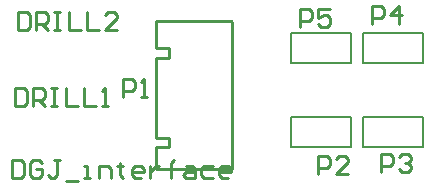
<source format=gto>
%FSLAX25Y25*%
%MOIN*%
G70*
G01*
G75*
%ADD10C,0.05906*%
%ADD11R,0.05906X0.05906*%
%ADD12R,0.08000X0.06000*%
%ADD13O,0.08000X0.06000*%
%ADD14C,0.12000*%
%ADD15C,0.02000*%
%ADD16C,0.00787*%
%ADD17C,0.01000*%
D16*
X120500Y22500D02*
X140500D01*
X120500Y12500D02*
Y22500D01*
Y12500D02*
X140500D01*
Y22500D01*
X120500Y40500D02*
X140500D01*
Y50500D01*
X120500D02*
X140500D01*
X120500Y40500D02*
Y50500D01*
X96500Y40500D02*
X116500D01*
Y50500D01*
X96500D02*
X116500D01*
X96500Y40500D02*
Y50500D01*
Y22500D02*
X116500D01*
X96500Y12500D02*
Y22500D01*
Y12500D02*
X116500D01*
Y22500D01*
D17*
X61500Y54500D02*
X76500D01*
X77000Y54000D01*
Y5000D02*
Y54000D01*
X51500Y5000D02*
X77000D01*
X51500D02*
Y12500D01*
X56000D01*
Y15500D01*
X51500D02*
X56000D01*
X51500D02*
Y42000D01*
X56000D01*
Y45500D01*
X51500D02*
X56000D01*
X51500D02*
Y54500D01*
X61500D01*
X40500Y29000D02*
Y34998D01*
X43499D01*
X44499Y33998D01*
Y31999D01*
X43499Y30999D01*
X40500D01*
X46498Y29000D02*
X48497D01*
X47498D01*
Y34998D01*
X46498Y33998D01*
X105500Y3500D02*
Y9498D01*
X108499D01*
X109499Y8498D01*
Y6499D01*
X108499Y5499D01*
X105500D01*
X115497Y3500D02*
X111498D01*
X115497Y7499D01*
Y8498D01*
X114497Y9498D01*
X112498D01*
X111498Y8498D01*
X126500Y4000D02*
Y9998D01*
X129499D01*
X130499Y8998D01*
Y6999D01*
X129499Y5999D01*
X126500D01*
X132498Y8998D02*
X133498Y9998D01*
X135497D01*
X136497Y8998D01*
Y7999D01*
X135497Y6999D01*
X134497D01*
X135497D01*
X136497Y5999D01*
Y5000D01*
X135497Y4000D01*
X133498D01*
X132498Y5000D01*
X123500Y53500D02*
Y59498D01*
X126499D01*
X127499Y58498D01*
Y56499D01*
X126499Y55499D01*
X123500D01*
X132497Y53500D02*
Y59498D01*
X129498Y56499D01*
X133497D01*
X99500Y52500D02*
Y58498D01*
X102499D01*
X103499Y57498D01*
Y55499D01*
X102499Y54499D01*
X99500D01*
X109497Y58498D02*
X105498D01*
Y55499D01*
X107497Y56499D01*
X108497D01*
X109497Y55499D01*
Y53500D01*
X108497Y52500D01*
X106498D01*
X105498Y53500D01*
X4500Y31998D02*
Y26000D01*
X7499D01*
X8499Y27000D01*
Y30998D01*
X7499Y31998D01*
X4500D01*
X10498Y26000D02*
Y31998D01*
X13497D01*
X14497Y30998D01*
Y28999D01*
X13497Y27999D01*
X10498D01*
X12497D02*
X14497Y26000D01*
X16496Y31998D02*
X18496D01*
X17496D01*
Y26000D01*
X16496D01*
X18496D01*
X21495Y31998D02*
Y26000D01*
X25493D01*
X27493Y31998D02*
Y26000D01*
X31491D01*
X33491D02*
X35490D01*
X34490D01*
Y31998D01*
X33491Y30998D01*
X5500Y57498D02*
Y51500D01*
X8499D01*
X9499Y52500D01*
Y56498D01*
X8499Y57498D01*
X5500D01*
X11498Y51500D02*
Y57498D01*
X14497D01*
X15497Y56498D01*
Y54499D01*
X14497Y53499D01*
X11498D01*
X13497D02*
X15497Y51500D01*
X17496Y57498D02*
X19496D01*
X18496D01*
Y51500D01*
X17496D01*
X19496D01*
X22494Y57498D02*
Y51500D01*
X26493D01*
X28493Y57498D02*
Y51500D01*
X32491D01*
X38489D02*
X34491D01*
X38489Y55499D01*
Y56498D01*
X37490Y57498D01*
X35490D01*
X34491Y56498D01*
X3500Y7998D02*
Y2000D01*
X6499D01*
X7499Y3000D01*
Y6998D01*
X6499Y7998D01*
X3500D01*
X13497Y6998D02*
X12497Y7998D01*
X10498D01*
X9498Y6998D01*
Y3000D01*
X10498Y2000D01*
X12497D01*
X13497Y3000D01*
Y4999D01*
X11497D01*
X19495Y7998D02*
X17495D01*
X18495D01*
Y3000D01*
X17495Y2000D01*
X16496D01*
X15496Y3000D01*
X21494Y1000D02*
X25493D01*
X27492Y2000D02*
X29492D01*
X28492D01*
Y5999D01*
X27492D01*
X32491Y2000D02*
Y5999D01*
X35490D01*
X36489Y4999D01*
Y2000D01*
X39488Y6998D02*
Y5999D01*
X38489D01*
X40488D01*
X39488D01*
Y3000D01*
X40488Y2000D01*
X46486D02*
X44487D01*
X43487Y3000D01*
Y4999D01*
X44487Y5999D01*
X46486D01*
X47486Y4999D01*
Y3999D01*
X43487D01*
X49485Y5999D02*
Y2000D01*
Y3999D01*
X50485Y4999D01*
X51485Y5999D01*
X52484D01*
X56483Y2000D02*
Y6998D01*
Y4999D01*
X55483D01*
X57482D01*
X56483D01*
Y6998D01*
X57482Y7998D01*
X61481Y5999D02*
X63481D01*
X64480Y4999D01*
Y2000D01*
X61481D01*
X60482Y3000D01*
X61481Y3999D01*
X64480D01*
X70478Y5999D02*
X67479D01*
X66480Y4999D01*
Y3000D01*
X67479Y2000D01*
X70478D01*
X75477D02*
X73477D01*
X72478Y3000D01*
Y4999D01*
X73477Y5999D01*
X75477D01*
X76476Y4999D01*
Y3999D01*
X72478D01*
M02*

</source>
